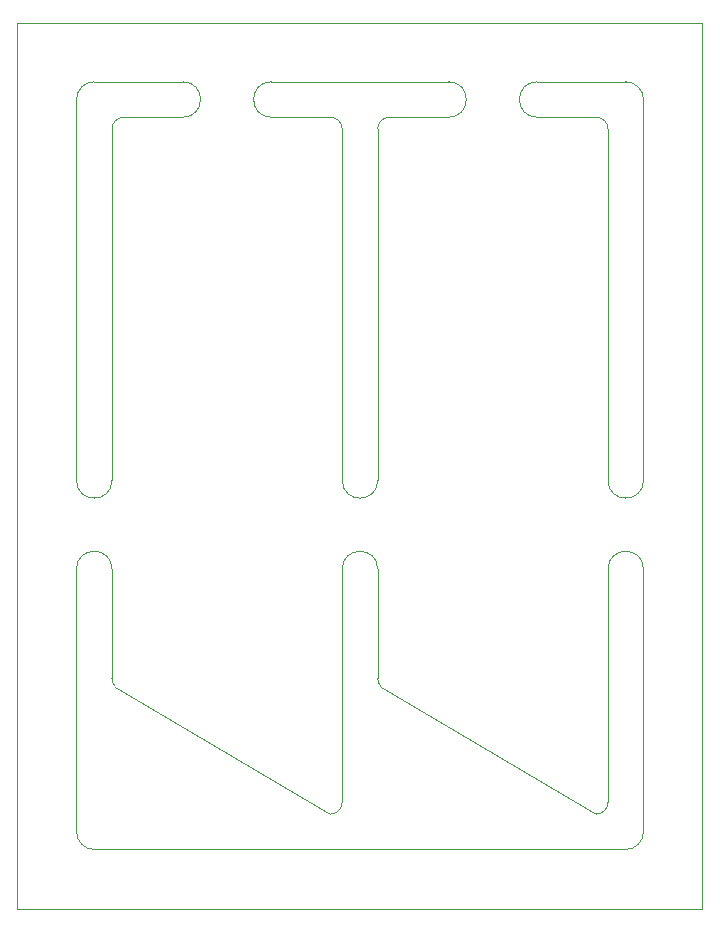
<source format=gbr>
%TF.GenerationSoftware,KiCad,Pcbnew,(5.1.10-1-10_14)*%
%TF.CreationDate,2021-07-07T23:54:27+09:00*%
%TF.ProjectId,StickPlate,53746963-6b50-46c6-9174-652e6b696361,rev?*%
%TF.SameCoordinates,Original*%
%TF.FileFunction,Profile,NP*%
%FSLAX46Y46*%
G04 Gerber Fmt 4.6, Leading zero omitted, Abs format (unit mm)*
G04 Created by KiCad (PCBNEW (5.1.10-1-10_14)) date 2021-07-07 23:54:27*
%MOMM*%
%LPD*%
G01*
G04 APERTURE LIST*
%TA.AperFunction,Profile*%
%ADD10C,0.050000*%
%TD*%
G04 APERTURE END LIST*
D10*
X145000000Y-70750000D02*
X150000000Y-70750000D01*
X145000000Y-67750000D02*
X160000000Y-67750000D01*
X167500000Y-67750000D02*
X175000000Y-67750000D01*
X172500000Y-70750000D02*
X167500000Y-70750000D01*
X167500000Y-70750000D02*
G75*
G02*
X167500000Y-67750000I0J1500000D01*
G01*
X160000000Y-67750000D02*
G75*
G02*
X160000000Y-70750000I0J-1500000D01*
G01*
X145000000Y-70750000D02*
G75*
G02*
X145000000Y-67750000I0J1500000D01*
G01*
X137500000Y-67750000D02*
G75*
G02*
X137500000Y-70750000I0J-1500000D01*
G01*
X172500000Y-70750000D02*
G75*
G02*
X173500000Y-71750000I0J-1000000D01*
G01*
X154292893Y-118957107D02*
X172500000Y-129750000D01*
X173500000Y-128750000D02*
G75*
G02*
X172500000Y-129750000I-1000000J0D01*
G01*
X128500000Y-69250000D02*
G75*
G02*
X130000000Y-67750000I1500000J0D01*
G01*
X175000000Y-67750000D02*
G75*
G02*
X176500000Y-69250000I0J-1500000D01*
G01*
X176500000Y-131250000D02*
G75*
G02*
X175000000Y-132750000I-1500000J0D01*
G01*
X130000000Y-132750000D02*
G75*
G02*
X128500000Y-131250000I0J1500000D01*
G01*
X151000000Y-101250000D02*
X151000000Y-101500000D01*
X151000000Y-71750000D02*
X151000000Y-101250000D01*
X130000000Y-67750000D02*
X137500000Y-67750000D01*
X128500000Y-101500000D02*
X128500000Y-69250000D01*
X131500000Y-71750000D02*
X131500000Y-101500000D01*
X128500000Y-109000000D02*
X128500000Y-131250000D01*
X131500000Y-101500000D02*
G75*
G02*
X128500000Y-101500000I-1500000J0D01*
G01*
X128500000Y-109000000D02*
G75*
G02*
X131500000Y-109000000I1500000J0D01*
G01*
X175000000Y-132750000D02*
X130000000Y-132750000D01*
X176500000Y-109000000D02*
X176500000Y-131250000D01*
X176500000Y-101500000D02*
X176500000Y-69250000D01*
X173500000Y-109000000D02*
G75*
G02*
X176500000Y-109000000I1500000J0D01*
G01*
X176500000Y-101500000D02*
G75*
G02*
X173500000Y-101500000I-1500000J0D01*
G01*
X154000000Y-101500000D02*
G75*
G02*
X151000000Y-101500000I-1500000J0D01*
G01*
X151000000Y-109000000D02*
G75*
G02*
X154000000Y-109000000I1500000J0D01*
G01*
X173500000Y-71750000D02*
X173500000Y-101500000D01*
X154000000Y-101500000D02*
X154000000Y-71750000D01*
X154000000Y-71750000D02*
G75*
G02*
X155000000Y-70750000I1000000J0D01*
G01*
X154292893Y-118957107D02*
G75*
G02*
X154000000Y-118250000I707107J707107D01*
G01*
X160000000Y-70750000D02*
X155000000Y-70750000D01*
X154000000Y-109000000D02*
X154000000Y-118250000D01*
X173500000Y-128750000D02*
X173500000Y-109000000D01*
X123500000Y-137750000D02*
X123500000Y-62750000D01*
X181500000Y-137750000D02*
X123500000Y-137750000D01*
X181500000Y-62750000D02*
X181500000Y-137750000D01*
X123500000Y-62750000D02*
X181500000Y-62750000D01*
X151000000Y-128750000D02*
G75*
G02*
X150000000Y-129750000I-1000000J0D01*
G01*
X131792893Y-118957107D02*
G75*
G02*
X131500000Y-118250000I707107J707107D01*
G01*
X131500000Y-71750000D02*
G75*
G02*
X132500000Y-70750000I1000000J0D01*
G01*
X150000000Y-70750000D02*
G75*
G02*
X151000000Y-71750000I0J-1000000D01*
G01*
X151000000Y-128750000D02*
X151000000Y-109000000D01*
X131792893Y-118957107D02*
X150000000Y-129750000D01*
X131500000Y-109000000D02*
X131500000Y-118250000D01*
X137500000Y-70750000D02*
X132500000Y-70750000D01*
M02*

</source>
